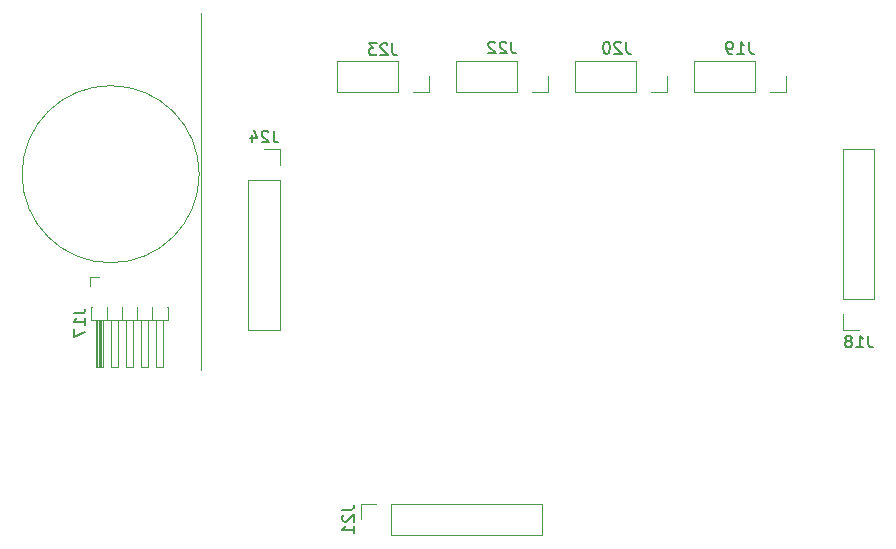
<source format=gbr>
G04 #@! TF.GenerationSoftware,KiCad,Pcbnew,(5.1.2)-2*
G04 #@! TF.CreationDate,2021-11-10T11:22:02-03:00*
G04 #@! TF.ProjectId,MAG_Plus,4d41475f-506c-4757-932e-6b696361645f,rev?*
G04 #@! TF.SameCoordinates,Original*
G04 #@! TF.FileFunction,Legend,Bot*
G04 #@! TF.FilePolarity,Positive*
%FSLAX46Y46*%
G04 Gerber Fmt 4.6, Leading zero omitted, Abs format (unit mm)*
G04 Created by KiCad (PCBNEW (5.1.2)-2) date 2021-11-10 11:22:02*
%MOMM*%
%LPD*%
G04 APERTURE LIST*
%ADD10C,0.120000*%
%ADD11C,0.150000*%
G04 APERTURE END LIST*
D10*
X54236000Y-161036000D02*
G75*
G03X54236000Y-161036000I-7500000J0D01*
G01*
X54400000Y-147400000D02*
X54400000Y-177600000D01*
X45030000Y-169780000D02*
X45030000Y-170540000D01*
X45790000Y-169780000D02*
X45030000Y-169780000D01*
X51130000Y-177370000D02*
X51130000Y-173370000D01*
X50610000Y-177370000D02*
X51130000Y-177370000D01*
X50610000Y-173370000D02*
X50610000Y-177370000D01*
X50219677Y-172250000D02*
X50250323Y-172250000D01*
X50235000Y-172250000D02*
X50235000Y-173370000D01*
X49860000Y-177370000D02*
X49860000Y-173370000D01*
X49340000Y-177370000D02*
X49860000Y-177370000D01*
X49340000Y-173370000D02*
X49340000Y-177370000D01*
X48949677Y-172250000D02*
X48980323Y-172250000D01*
X48965000Y-172250000D02*
X48965000Y-173370000D01*
X48590000Y-177370000D02*
X48590000Y-173370000D01*
X48070000Y-177370000D02*
X48590000Y-177370000D01*
X48070000Y-173370000D02*
X48070000Y-177370000D01*
X47679677Y-172250000D02*
X47710323Y-172250000D01*
X47695000Y-172250000D02*
X47695000Y-173370000D01*
X47320000Y-177370000D02*
X47320000Y-173370000D01*
X46800000Y-177370000D02*
X47320000Y-177370000D01*
X46800000Y-173370000D02*
X46800000Y-177370000D01*
X46409677Y-172250000D02*
X46440323Y-172250000D01*
X46425000Y-172250000D02*
X46425000Y-173370000D01*
X45950000Y-173370000D02*
X45950000Y-177370000D01*
X45830000Y-173370000D02*
X45830000Y-177370000D01*
X45710000Y-173370000D02*
X45710000Y-177370000D01*
X45590000Y-173370000D02*
X45590000Y-177370000D01*
X46050000Y-177370000D02*
X46050000Y-173370000D01*
X45530000Y-177370000D02*
X46050000Y-177370000D01*
X45530000Y-173370000D02*
X45530000Y-177370000D01*
X51565000Y-172250000D02*
X51489677Y-172250000D01*
X51565000Y-173370000D02*
X51565000Y-172250000D01*
X45095000Y-173370000D02*
X51565000Y-173370000D01*
X45095000Y-172250000D02*
X45095000Y-173370000D01*
X45170323Y-172250000D02*
X45095000Y-172250000D01*
X108730000Y-158880000D02*
X111390000Y-158880000D01*
X108730000Y-171640000D02*
X108730000Y-158880000D01*
X111390000Y-171640000D02*
X111390000Y-158880000D01*
X108730000Y-171640000D02*
X111390000Y-171640000D01*
X108730000Y-172910000D02*
X108730000Y-174240000D01*
X108730000Y-174240000D02*
X110060000Y-174240000D01*
X103900000Y-154070000D02*
X103900000Y-152740000D01*
X102570000Y-154070000D02*
X103900000Y-154070000D01*
X101300000Y-154070000D02*
X101300000Y-151410000D01*
X101300000Y-151410000D02*
X96160000Y-151410000D01*
X101300000Y-154070000D02*
X96160000Y-154070000D01*
X96160000Y-154070000D02*
X96160000Y-151410000D01*
X86070000Y-154070000D02*
X86070000Y-151410000D01*
X91210000Y-154070000D02*
X86070000Y-154070000D01*
X91210000Y-151410000D02*
X86070000Y-151410000D01*
X91210000Y-154070000D02*
X91210000Y-151410000D01*
X92480000Y-154070000D02*
X93810000Y-154070000D01*
X93810000Y-154070000D02*
X93810000Y-152740000D01*
X67900000Y-188940000D02*
X67900000Y-190270000D01*
X69230000Y-188940000D02*
X67900000Y-188940000D01*
X70500000Y-188940000D02*
X70500000Y-191600000D01*
X70500000Y-191600000D02*
X83260000Y-191600000D01*
X70500000Y-188940000D02*
X83260000Y-188940000D01*
X83260000Y-188940000D02*
X83260000Y-191600000D01*
X83730000Y-154070000D02*
X83730000Y-152740000D01*
X82400000Y-154070000D02*
X83730000Y-154070000D01*
X81130000Y-154070000D02*
X81130000Y-151410000D01*
X81130000Y-151410000D02*
X75990000Y-151410000D01*
X81130000Y-154070000D02*
X75990000Y-154070000D01*
X75990000Y-154070000D02*
X75990000Y-151410000D01*
X65910000Y-154070000D02*
X65910000Y-151410000D01*
X71050000Y-154070000D02*
X65910000Y-154070000D01*
X71050000Y-151410000D02*
X65910000Y-151410000D01*
X71050000Y-154070000D02*
X71050000Y-151410000D01*
X72320000Y-154070000D02*
X73650000Y-154070000D01*
X73650000Y-154070000D02*
X73650000Y-152740000D01*
X61050000Y-158890000D02*
X59720000Y-158890000D01*
X61050000Y-160220000D02*
X61050000Y-158890000D01*
X61050000Y-161490000D02*
X58390000Y-161490000D01*
X58390000Y-161490000D02*
X58390000Y-174250000D01*
X61050000Y-161490000D02*
X61050000Y-174250000D01*
X61050000Y-174250000D02*
X58390000Y-174250000D01*
D11*
X43607380Y-172797976D02*
X44321666Y-172797976D01*
X44464523Y-172750357D01*
X44559761Y-172655119D01*
X44607380Y-172512261D01*
X44607380Y-172417023D01*
X44607380Y-173797976D02*
X44607380Y-173226547D01*
X44607380Y-173512261D02*
X43607380Y-173512261D01*
X43750238Y-173417023D01*
X43845476Y-173321785D01*
X43893095Y-173226547D01*
X43607380Y-174131309D02*
X43607380Y-174797976D01*
X44607380Y-174369404D01*
X110869523Y-174692380D02*
X110869523Y-175406666D01*
X110917142Y-175549523D01*
X111012380Y-175644761D01*
X111155238Y-175692380D01*
X111250476Y-175692380D01*
X109869523Y-175692380D02*
X110440952Y-175692380D01*
X110155238Y-175692380D02*
X110155238Y-174692380D01*
X110250476Y-174835238D01*
X110345714Y-174930476D01*
X110440952Y-174978095D01*
X109298095Y-175120952D02*
X109393333Y-175073333D01*
X109440952Y-175025714D01*
X109488571Y-174930476D01*
X109488571Y-174882857D01*
X109440952Y-174787619D01*
X109393333Y-174740000D01*
X109298095Y-174692380D01*
X109107619Y-174692380D01*
X109012380Y-174740000D01*
X108964761Y-174787619D01*
X108917142Y-174882857D01*
X108917142Y-174930476D01*
X108964761Y-175025714D01*
X109012380Y-175073333D01*
X109107619Y-175120952D01*
X109298095Y-175120952D01*
X109393333Y-175168571D01*
X109440952Y-175216190D01*
X109488571Y-175311428D01*
X109488571Y-175501904D01*
X109440952Y-175597142D01*
X109393333Y-175644761D01*
X109298095Y-175692380D01*
X109107619Y-175692380D01*
X109012380Y-175644761D01*
X108964761Y-175597142D01*
X108917142Y-175501904D01*
X108917142Y-175311428D01*
X108964761Y-175216190D01*
X109012380Y-175168571D01*
X109107619Y-175120952D01*
X100789523Y-149822380D02*
X100789523Y-150536666D01*
X100837142Y-150679523D01*
X100932380Y-150774761D01*
X101075238Y-150822380D01*
X101170476Y-150822380D01*
X99789523Y-150822380D02*
X100360952Y-150822380D01*
X100075238Y-150822380D02*
X100075238Y-149822380D01*
X100170476Y-149965238D01*
X100265714Y-150060476D01*
X100360952Y-150108095D01*
X99313333Y-150822380D02*
X99122857Y-150822380D01*
X99027619Y-150774761D01*
X98980000Y-150727142D01*
X98884761Y-150584285D01*
X98837142Y-150393809D01*
X98837142Y-150012857D01*
X98884761Y-149917619D01*
X98932380Y-149870000D01*
X99027619Y-149822380D01*
X99218095Y-149822380D01*
X99313333Y-149870000D01*
X99360952Y-149917619D01*
X99408571Y-150012857D01*
X99408571Y-150250952D01*
X99360952Y-150346190D01*
X99313333Y-150393809D01*
X99218095Y-150441428D01*
X99027619Y-150441428D01*
X98932380Y-150393809D01*
X98884761Y-150346190D01*
X98837142Y-150250952D01*
X90379523Y-149832380D02*
X90379523Y-150546666D01*
X90427142Y-150689523D01*
X90522380Y-150784761D01*
X90665238Y-150832380D01*
X90760476Y-150832380D01*
X89950952Y-149927619D02*
X89903333Y-149880000D01*
X89808095Y-149832380D01*
X89570000Y-149832380D01*
X89474761Y-149880000D01*
X89427142Y-149927619D01*
X89379523Y-150022857D01*
X89379523Y-150118095D01*
X89427142Y-150260952D01*
X89998571Y-150832380D01*
X89379523Y-150832380D01*
X88760476Y-149832380D02*
X88665238Y-149832380D01*
X88570000Y-149880000D01*
X88522380Y-149927619D01*
X88474761Y-150022857D01*
X88427142Y-150213333D01*
X88427142Y-150451428D01*
X88474761Y-150641904D01*
X88522380Y-150737142D01*
X88570000Y-150784761D01*
X88665238Y-150832380D01*
X88760476Y-150832380D01*
X88855714Y-150784761D01*
X88903333Y-150737142D01*
X88950952Y-150641904D01*
X88998571Y-150451428D01*
X88998571Y-150213333D01*
X88950952Y-150022857D01*
X88903333Y-149927619D01*
X88855714Y-149880000D01*
X88760476Y-149832380D01*
X66352380Y-189460476D02*
X67066666Y-189460476D01*
X67209523Y-189412857D01*
X67304761Y-189317619D01*
X67352380Y-189174761D01*
X67352380Y-189079523D01*
X66447619Y-189889047D02*
X66400000Y-189936666D01*
X66352380Y-190031904D01*
X66352380Y-190270000D01*
X66400000Y-190365238D01*
X66447619Y-190412857D01*
X66542857Y-190460476D01*
X66638095Y-190460476D01*
X66780952Y-190412857D01*
X67352380Y-189841428D01*
X67352380Y-190460476D01*
X67352380Y-191412857D02*
X67352380Y-190841428D01*
X67352380Y-191127142D02*
X66352380Y-191127142D01*
X66495238Y-191031904D01*
X66590476Y-190936666D01*
X66638095Y-190841428D01*
X80659523Y-149812380D02*
X80659523Y-150526666D01*
X80707142Y-150669523D01*
X80802380Y-150764761D01*
X80945238Y-150812380D01*
X81040476Y-150812380D01*
X80230952Y-149907619D02*
X80183333Y-149860000D01*
X80088095Y-149812380D01*
X79850000Y-149812380D01*
X79754761Y-149860000D01*
X79707142Y-149907619D01*
X79659523Y-150002857D01*
X79659523Y-150098095D01*
X79707142Y-150240952D01*
X80278571Y-150812380D01*
X79659523Y-150812380D01*
X79278571Y-149907619D02*
X79230952Y-149860000D01*
X79135714Y-149812380D01*
X78897619Y-149812380D01*
X78802380Y-149860000D01*
X78754761Y-149907619D01*
X78707142Y-150002857D01*
X78707142Y-150098095D01*
X78754761Y-150240952D01*
X79326190Y-150812380D01*
X78707142Y-150812380D01*
X70579523Y-149962380D02*
X70579523Y-150676666D01*
X70627142Y-150819523D01*
X70722380Y-150914761D01*
X70865238Y-150962380D01*
X70960476Y-150962380D01*
X70150952Y-150057619D02*
X70103333Y-150010000D01*
X70008095Y-149962380D01*
X69770000Y-149962380D01*
X69674761Y-150010000D01*
X69627142Y-150057619D01*
X69579523Y-150152857D01*
X69579523Y-150248095D01*
X69627142Y-150390952D01*
X70198571Y-150962380D01*
X69579523Y-150962380D01*
X69246190Y-149962380D02*
X68627142Y-149962380D01*
X68960476Y-150343333D01*
X68817619Y-150343333D01*
X68722380Y-150390952D01*
X68674761Y-150438571D01*
X68627142Y-150533809D01*
X68627142Y-150771904D01*
X68674761Y-150867142D01*
X68722380Y-150914761D01*
X68817619Y-150962380D01*
X69103333Y-150962380D01*
X69198571Y-150914761D01*
X69246190Y-150867142D01*
X60529523Y-157342380D02*
X60529523Y-158056666D01*
X60577142Y-158199523D01*
X60672380Y-158294761D01*
X60815238Y-158342380D01*
X60910476Y-158342380D01*
X60100952Y-157437619D02*
X60053333Y-157390000D01*
X59958095Y-157342380D01*
X59720000Y-157342380D01*
X59624761Y-157390000D01*
X59577142Y-157437619D01*
X59529523Y-157532857D01*
X59529523Y-157628095D01*
X59577142Y-157770952D01*
X60148571Y-158342380D01*
X59529523Y-158342380D01*
X58672380Y-157675714D02*
X58672380Y-158342380D01*
X58910476Y-157294761D02*
X59148571Y-158009047D01*
X58529523Y-158009047D01*
M02*

</source>
